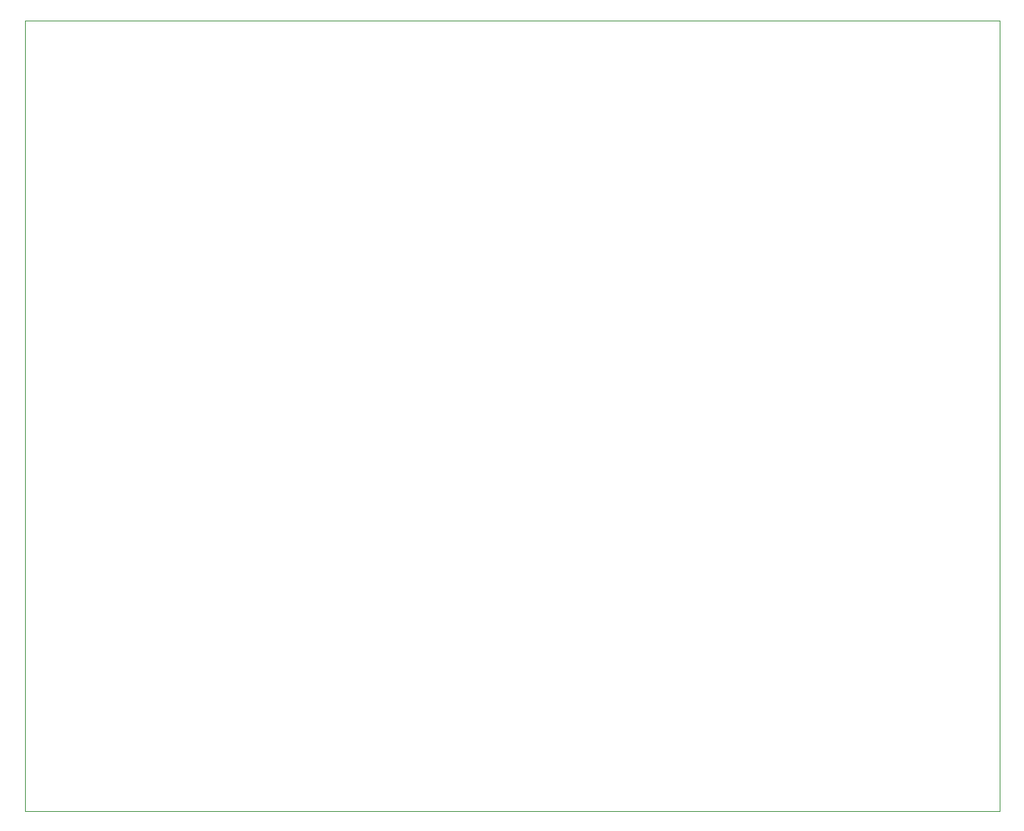
<source format=gbr>
%TF.GenerationSoftware,KiCad,Pcbnew,7.0.7*%
%TF.CreationDate,2023-11-20T10:45:27-05:00*%
%TF.ProjectId,Pocillo Termosensible,506f6369-6c6c-46f2-9054-65726d6f7365,rev?*%
%TF.SameCoordinates,Original*%
%TF.FileFunction,Profile,NP*%
%FSLAX46Y46*%
G04 Gerber Fmt 4.6, Leading zero omitted, Abs format (unit mm)*
G04 Created by KiCad (PCBNEW 7.0.7) date 2023-11-20 10:45:27*
%MOMM*%
%LPD*%
G01*
G04 APERTURE LIST*
%TA.AperFunction,Profile*%
%ADD10C,0.100000*%
%TD*%
G04 APERTURE END LIST*
D10*
X60706000Y-30480000D02*
X172720000Y-30480000D01*
X172720000Y-121412000D01*
X60706000Y-121412000D01*
X60706000Y-30480000D01*
M02*

</source>
